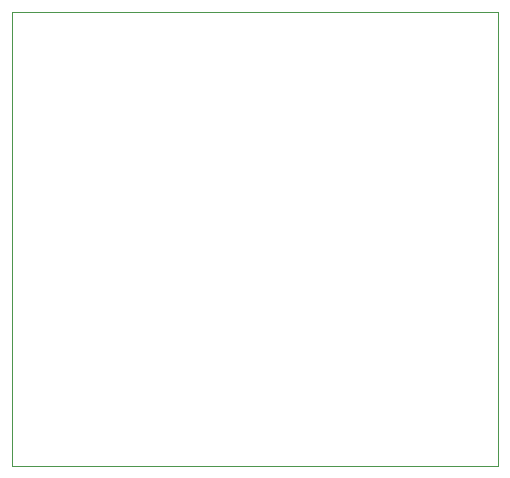
<source format=gbr>
%TF.GenerationSoftware,KiCad,Pcbnew,8.0.5*%
%TF.CreationDate,2024-11-04T19:37:10-07:00*%
%TF.ProjectId,ProjectPCB,50726f6a-6563-4745-9043-422e6b696361,rev?*%
%TF.SameCoordinates,Original*%
%TF.FileFunction,Profile,NP*%
%FSLAX46Y46*%
G04 Gerber Fmt 4.6, Leading zero omitted, Abs format (unit mm)*
G04 Created by KiCad (PCBNEW 8.0.5) date 2024-11-04 19:37:10*
%MOMM*%
%LPD*%
G01*
G04 APERTURE LIST*
%TA.AperFunction,Profile*%
%ADD10C,0.050000*%
%TD*%
G04 APERTURE END LIST*
D10*
X120200000Y-82200000D02*
X161300000Y-82200000D01*
X161300000Y-120700000D01*
X120200000Y-120700000D01*
X120200000Y-82200000D01*
M02*

</source>
